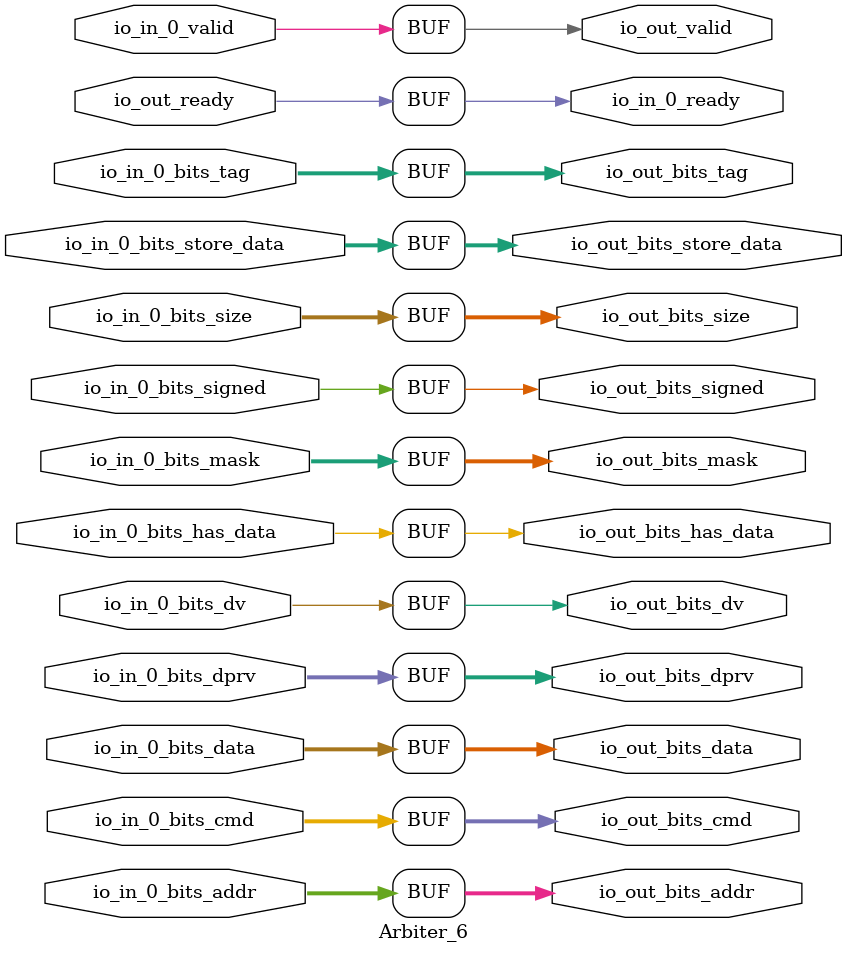
<source format=sv>
`ifndef RANDOMIZE
  `ifdef RANDOMIZE_REG_INIT
    `define RANDOMIZE
  `endif // RANDOMIZE_REG_INIT
`endif // not def RANDOMIZE
`ifndef RANDOMIZE
  `ifdef RANDOMIZE_MEM_INIT
    `define RANDOMIZE
  `endif // RANDOMIZE_MEM_INIT
`endif // not def RANDOMIZE

`ifndef RANDOM
  `define RANDOM $random
`endif // not def RANDOM

// Users can define 'PRINTF_COND' to add an extra gate to prints.
`ifndef PRINTF_COND_
  `ifdef PRINTF_COND
    `define PRINTF_COND_ (`PRINTF_COND)
  `else  // PRINTF_COND
    `define PRINTF_COND_ 1
  `endif // PRINTF_COND
`endif // not def PRINTF_COND_

// Users can define 'ASSERT_VERBOSE_COND' to add an extra gate to assert error printing.
`ifndef ASSERT_VERBOSE_COND_
  `ifdef ASSERT_VERBOSE_COND
    `define ASSERT_VERBOSE_COND_ (`ASSERT_VERBOSE_COND)
  `else  // ASSERT_VERBOSE_COND
    `define ASSERT_VERBOSE_COND_ 1
  `endif // ASSERT_VERBOSE_COND
`endif // not def ASSERT_VERBOSE_COND_

// Users can define 'STOP_COND' to add an extra gate to stop conditions.
`ifndef STOP_COND_
  `ifdef STOP_COND
    `define STOP_COND_ (`STOP_COND)
  `else  // STOP_COND
    `define STOP_COND_ 1
  `endif // STOP_COND
`endif // not def STOP_COND_

// Users can define INIT_RANDOM as general code that gets injected into the
// initializer block for modules with registers.
`ifndef INIT_RANDOM
  `define INIT_RANDOM
`endif // not def INIT_RANDOM

// If using random initialization, you can also define RANDOMIZE_DELAY to
// customize the delay used, otherwise 0.002 is used.
`ifndef RANDOMIZE_DELAY
  `define RANDOMIZE_DELAY 0.002
`endif // not def RANDOMIZE_DELAY

// Define INIT_RANDOM_PROLOG_ for use in our modules below.
`ifndef INIT_RANDOM_PROLOG_
  `ifdef RANDOMIZE
    `ifdef VERILATOR
      `define INIT_RANDOM_PROLOG_ `INIT_RANDOM
    `else  // VERILATOR
      `define INIT_RANDOM_PROLOG_ `INIT_RANDOM #`RANDOMIZE_DELAY begin end
    `endif // VERILATOR
  `else  // RANDOMIZE
    `define INIT_RANDOM_PROLOG_
  `endif // RANDOMIZE
`endif // not def INIT_RANDOM_PROLOG_

module Arbiter_6(
  input         io_in_0_valid,
  input  [39:0] io_in_0_bits_addr,
  input  [6:0]  io_in_0_bits_tag,
  input  [4:0]  io_in_0_bits_cmd,
  input  [1:0]  io_in_0_bits_size,
  input         io_in_0_bits_signed,
  input  [1:0]  io_in_0_bits_dprv,
  input         io_in_0_bits_dv,
  input  [63:0] io_in_0_bits_data,
  input  [7:0]  io_in_0_bits_mask,
  input         io_in_0_bits_has_data,
  input  [63:0] io_in_0_bits_store_data,
  input         io_out_ready,
  output        io_in_0_ready,
                io_out_valid,
  output [39:0] io_out_bits_addr,
  output [6:0]  io_out_bits_tag,
  output [4:0]  io_out_bits_cmd,
  output [1:0]  io_out_bits_size,
  output        io_out_bits_signed,
  output [1:0]  io_out_bits_dprv,
  output        io_out_bits_dv,
  output [63:0] io_out_bits_data,
  output [7:0]  io_out_bits_mask,
  output        io_out_bits_has_data,
  output [63:0] io_out_bits_store_data
);

  assign io_in_0_ready = io_out_ready;
  assign io_out_valid = io_in_0_valid;
  assign io_out_bits_addr = io_in_0_bits_addr;
  assign io_out_bits_tag = io_in_0_bits_tag;
  assign io_out_bits_cmd = io_in_0_bits_cmd;
  assign io_out_bits_size = io_in_0_bits_size;
  assign io_out_bits_signed = io_in_0_bits_signed;
  assign io_out_bits_dprv = io_in_0_bits_dprv;
  assign io_out_bits_dv = io_in_0_bits_dv;
  assign io_out_bits_data = io_in_0_bits_data;
  assign io_out_bits_mask = io_in_0_bits_mask;
  assign io_out_bits_has_data = io_in_0_bits_has_data;
  assign io_out_bits_store_data = io_in_0_bits_store_data;
endmodule


</source>
